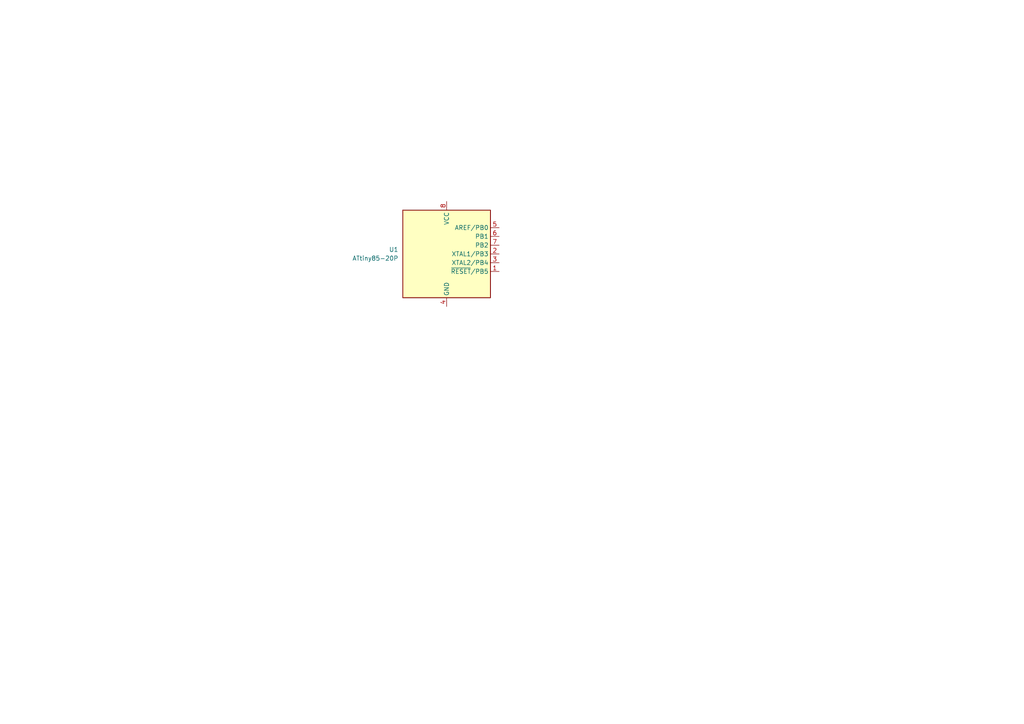
<source format=kicad_sch>
(kicad_sch (version 20231120) (generator "eeschema") (generator_version "8.0")
  (paper "A4")
  (lib_symbols
    (symbol "MCU_Microchip_ATtiny:ATtiny85-20P"
      (property "Reference" "U" (at -12.7 13.97 0))
      (property "Value" "ATtiny85-20P" (at 2.54 -13.97 0))
      (symbol "ATtiny85-20P_0_1"
        (rectangle (start -12.7 -12.7) (end 12.7 12.7) (stroke (width 0.254)) (fill (type background)))
      )
      (symbol "ATtiny85-20P_1_1"
        (pin bidirectional line (at 15.24 -5.08 180) (length 2.54) (name "~{RESET}/PB5") (number "1"))
        (pin bidirectional line (at 15.24 0 180) (length 2.54) (name "XTAL1/PB3") (number "2"))
        (pin bidirectional line (at 15.24 -2.54 180) (length 2.54) (name "XTAL2/PB4") (number "3"))
        (pin power_in line (at 0 -15.24 90) (length 2.54) (name "GND") (number "4"))
        (pin bidirectional line (at 15.24 7.62 180) (length 2.54) (name "AREF/PB0") (number "5"))
        (pin bidirectional line (at 15.24 5.08 180) (length 2.54) (name "PB1") (number "6"))
        (pin bidirectional line (at 15.24 2.54 180) (length 2.54) (name "PB2") (number "7"))
        (pin power_in line (at 0 15.24 270) (length 2.54) (name "VCC") (number "8"))
      )
    )
  )
  (symbol (lib_id "MCU_Microchip_ATtiny:ATtiny85-20P") (at 129.54 73.66 0) (unit 1)
    (property "Reference" "U1" (at 115.57 72.3899 0) (effects (justify right)))
    (property "Value" "ATtiny85-20P" (at 115.57 74.9299 0) (effects (justify right)))
    (property "Footprint" "Package_DIP:DIP-8_W7.62mm" (effects (hide yes)))
    (property "Datasheet" "http://ww1.microchip.com/downloads/en/DeviceDoc/atmel-2586-avr-8-bit-microcontroller-attiny25-attiny45-attiny85_datasheet.pdf" (effects (hide yes)))
    (property "Description" "20MHz, 8kB Flash, 512B SRAM, 512B EEPROM, debugWIRE, DIP-8" (effects (hide yes)))
  )
)
</source>
